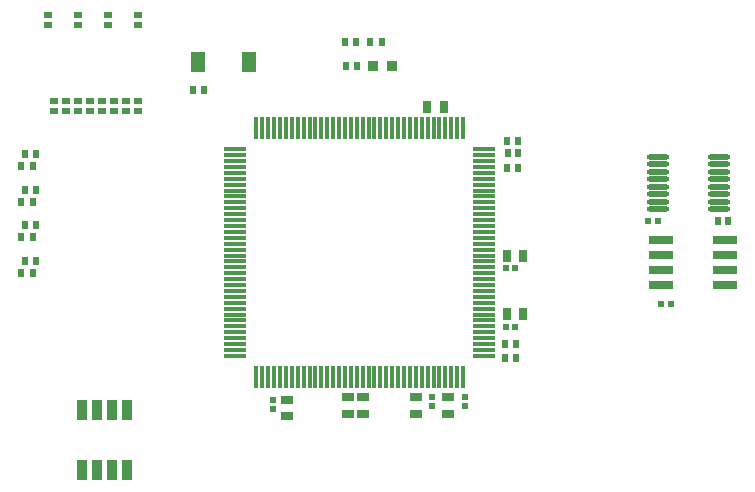
<source format=gtp>
%FSTAX25Y25*%
%MOIN*%
G70*
G01*
G75*
G04 Layer_Color=8421504*
%ADD10O,0.07087X0.01181*%
%ADD11O,0.01181X0.07087*%
%ADD12O,0.07284X0.01378*%
%ADD13R,0.08071X0.02756*%
%ADD14R,0.01772X0.02165*%
%ADD15R,0.03150X0.03150*%
%ADD16R,0.01575X0.02559*%
%ADD17R,0.02992X0.06299*%
%ADD18R,0.04528X0.06693*%
%ADD19R,0.02165X0.01772*%
%ADD20R,0.02756X0.03543*%
%ADD21R,0.03543X0.02756*%
%ADD22R,0.02047X0.02047*%
%ADD23R,0.02047X0.02047*%
%ADD24C,0.01000*%
%ADD25C,0.00700*%
%ADD26C,0.03000*%
%ADD27C,0.00591*%
%ADD28C,0.00669*%
%ADD29C,0.00500*%
%ADD30C,0.02000*%
%ADD31C,0.06000*%
%ADD32O,0.15748X0.07874*%
%ADD33O,0.07874X0.15748*%
%ADD34O,0.07874X0.17716*%
%ADD35R,0.05906X0.05906*%
%ADD36C,0.05906*%
%ADD37R,0.05906X0.05906*%
%ADD38P,0.06711X8X112.5*%
%ADD39O,0.05600X0.11200*%
%ADD40C,0.12600*%
%ADD41C,0.01969*%
%ADD42C,0.01600*%
%ADD43C,0.02800*%
%ADD44C,0.01595*%
%ADD45C,0.05000*%
%ADD46C,0.04000*%
%ADD47R,0.70200X0.25400*%
%ADD48C,0.07550*%
%ADD49O,0.15811X0.07937*%
%ADD50O,0.07937X0.15811*%
%ADD51O,0.07937X0.17779*%
%ADD52C,0.07543*%
G04:AMPARAMS|DCode=53|XSize=95.433mil|YSize=95.433mil|CornerRadius=0mil|HoleSize=0mil|Usage=FLASHONLY|Rotation=0.000|XOffset=0mil|YOffset=0mil|HoleType=Round|Shape=Relief|Width=10mil|Gap=10mil|Entries=4|*
%AMTHD53*
7,0,0,0.09543,0.07543,0.01000,45*
%
%ADD53THD53*%
%ADD54C,0.07800*%
%ADD55C,0.07400*%
%ADD56C,0.16600*%
G04:AMPARAMS|DCode=57|XSize=95.5mil|YSize=95.5mil|CornerRadius=0mil|HoleSize=0mil|Usage=FLASHONLY|Rotation=0.000|XOffset=0mil|YOffset=0mil|HoleType=Round|Shape=Relief|Width=10mil|Gap=10mil|Entries=4|*
%AMTHD57*
7,0,0,0.09550,0.07550,0.01000,45*
%
%ADD57THD57*%
G04:AMPARAMS|DCode=58|XSize=70mil|YSize=70mil|CornerRadius=0mil|HoleSize=0mil|Usage=FLASHONLY|Rotation=0.000|XOffset=0mil|YOffset=0mil|HoleType=Round|Shape=Relief|Width=10mil|Gap=10mil|Entries=4|*
%AMTHD58*
7,0,0,0.07000,0.05000,0.01000,45*
%
%ADD58THD58*%
%ADD59C,0.05600*%
%ADD60C,0.06800*%
%AMTHOVALD61*
21,1,0.07874,0.09937,0,0,180.0*
1,1,0.09937,0.03937,0.00000*
1,1,0.09937,-0.03937,0.00000*
21,0,0.07874,0.07937,0,0,180.0*
1,0,0.07937,0.03937,0.00000*
1,0,0.07937,-0.03937,0.00000*
4,0,4,0.03583,0.00354,0.07097,0.03867,0.07804,0.03160,0.04291,-0.00354,0.03583,0.00354,0.0*
4,0,4,-0.04291,0.00354,-0.07804,-0.03160,-0.07097,-0.03867,-0.03583,-0.00354,-0.04291,0.00354,0.0*
4,0,4,0.04291,0.00354,0.07804,-0.03160,0.07097,-0.03867,0.03583,-0.00354,0.04291,0.00354,0.0*
4,0,4,-0.03583,0.00354,-0.07097,0.03867,-0.07804,0.03160,-0.04291,-0.00354,-0.03583,0.00354,0.0*
%
%ADD61THOVALD61*%

%AMTHOVALD62*
21,1,0.07874,0.09937,0,0,270.0*
1,1,0.09937,0.00000,0.03937*
1,1,0.09937,0.00000,-0.03937*
21,0,0.07874,0.07937,0,0,270.0*
1,0,0.07937,0.00000,0.03937*
1,0,0.07937,0.00000,-0.03937*
4,0,4,-0.00354,0.03583,-0.03867,0.07097,-0.03160,0.07804,0.00354,0.04291,-0.00354,0.03583,0.0*
4,0,4,-0.00354,-0.04291,0.03160,-0.07804,0.03867,-0.07097,0.00354,-0.03583,-0.00354,-0.04291,0.0*
4,0,4,-0.00354,0.04291,0.03160,0.07804,0.03867,0.07097,0.00354,0.03583,-0.00354,0.04291,0.0*
4,0,4,-0.00354,-0.03583,-0.03867,-0.07097,-0.03160,-0.07804,0.00354,-0.04291,-0.00354,-0.03583,0.0*
%
%ADD62THOVALD62*%

G04:AMPARAMS|DCode=63|XSize=98mil|YSize=98mil|CornerRadius=0mil|HoleSize=0mil|Usage=FLASHONLY|Rotation=0.000|XOffset=0mil|YOffset=0mil|HoleType=Round|Shape=Relief|Width=10mil|Gap=10mil|Entries=4|*
%AMTHD63*
7,0,0,0.09800,0.07800,0.01000,45*
%
%ADD63THD63*%
G04:AMPARAMS|DCode=64|XSize=94mil|YSize=94mil|CornerRadius=0mil|HoleSize=0mil|Usage=FLASHONLY|Rotation=0.000|XOffset=0mil|YOffset=0mil|HoleType=Round|Shape=Relief|Width=10mil|Gap=10mil|Entries=4|*
%AMTHD64*
7,0,0,0.09400,0.07400,0.01000,45*
%
%ADD64THD64*%
G04:AMPARAMS|DCode=65|XSize=76mil|YSize=76mil|CornerRadius=0mil|HoleSize=0mil|Usage=FLASHONLY|Rotation=0.000|XOffset=0mil|YOffset=0mil|HoleType=Round|Shape=Relief|Width=10mil|Gap=10mil|Entries=4|*
%AMTHD65*
7,0,0,0.07600,0.05600,0.01000,45*
%
%ADD65THD65*%
G04:AMPARAMS|DCode=66|XSize=88mil|YSize=88mil|CornerRadius=0mil|HoleSize=0mil|Usage=FLASHONLY|Rotation=0.000|XOffset=0mil|YOffset=0mil|HoleType=Round|Shape=Relief|Width=10mil|Gap=10mil|Entries=4|*
%AMTHD66*
7,0,0,0.08800,0.06800,0.01000,45*
%
%ADD66THD66*%
%ADD67O,0.01378X0.04724*%
%ADD68R,0.07480X0.03150*%
%ADD69R,0.07480X0.12205*%
%ADD70R,0.06299X0.02559*%
%ADD71R,0.08661X0.11811*%
%ADD72R,0.01969X0.01181*%
%ADD73C,0.01181*%
%ADD74R,0.03543X0.04724*%
%ADD75R,0.06693X0.06614*%
%ADD76R,0.08661X0.07874*%
%ADD77C,0.05000*%
%ADD78C,0.01300*%
%ADD79C,0.01500*%
%ADD80R,0.29232X0.31693*%
%ADD81C,0.02362*%
%ADD82C,0.00984*%
%ADD83C,0.02165*%
%ADD84C,0.00787*%
%ADD85C,0.00600*%
%ADD86C,0.01200*%
%ADD87C,0.00400*%
%ADD88C,0.00394*%
%ADD89R,0.03937X0.02953*%
%ADD90O,0.07487X0.01581*%
%ADD91O,0.01581X0.07487*%
%ADD92O,0.07684X0.01778*%
%ADD93R,0.08471X0.03156*%
%ADD94R,0.02172X0.02565*%
%ADD95R,0.03550X0.03550*%
%ADD96R,0.01975X0.02959*%
%ADD97R,0.03392X0.06699*%
%ADD98R,0.04928X0.07093*%
%ADD99R,0.02565X0.02172*%
%ADD100R,0.03156X0.03943*%
%ADD101R,0.03943X0.03156*%
%ADD102R,0.02447X0.02447*%
%ADD103R,0.02447X0.02447*%
D90*
X0181124Y017101D02*
D03*
Y0172979D02*
D03*
Y0174947D02*
D03*
Y0176916D02*
D03*
Y0178884D02*
D03*
Y0180853D02*
D03*
Y0182821D02*
D03*
Y018479D02*
D03*
Y0186758D02*
D03*
Y0188727D02*
D03*
Y0190695D02*
D03*
Y0192664D02*
D03*
Y0194632D02*
D03*
Y0196601D02*
D03*
Y0198569D02*
D03*
Y0200538D02*
D03*
Y0202506D02*
D03*
Y0204475D02*
D03*
Y0206443D02*
D03*
Y0208412D02*
D03*
Y021038D02*
D03*
Y0212349D02*
D03*
Y0214317D02*
D03*
Y0216286D02*
D03*
Y0218254D02*
D03*
Y0220223D02*
D03*
Y0222191D02*
D03*
Y022416D02*
D03*
Y0226128D02*
D03*
Y0228097D02*
D03*
Y0230065D02*
D03*
Y0232034D02*
D03*
Y0234002D02*
D03*
Y0235971D02*
D03*
Y0237939D02*
D03*
Y0239908D02*
D03*
X0264194D02*
D03*
Y0237939D02*
D03*
Y0235971D02*
D03*
Y0234002D02*
D03*
Y0232034D02*
D03*
Y0230065D02*
D03*
Y0228097D02*
D03*
Y0226128D02*
D03*
Y022416D02*
D03*
Y0222191D02*
D03*
Y0220223D02*
D03*
Y0218254D02*
D03*
Y0216286D02*
D03*
Y0214317D02*
D03*
Y0212349D02*
D03*
Y021038D02*
D03*
Y0208412D02*
D03*
Y0206443D02*
D03*
Y0204475D02*
D03*
Y0202506D02*
D03*
Y0200538D02*
D03*
Y0198569D02*
D03*
Y0196601D02*
D03*
Y0194632D02*
D03*
Y0192664D02*
D03*
Y0190695D02*
D03*
Y0188727D02*
D03*
Y0186758D02*
D03*
Y018479D02*
D03*
Y0182821D02*
D03*
Y0180853D02*
D03*
Y0178884D02*
D03*
Y0176916D02*
D03*
Y0174947D02*
D03*
Y0172979D02*
D03*
Y017101D02*
D03*
D91*
X018821Y0246994D02*
D03*
X0190179D02*
D03*
X0192147D02*
D03*
X0194116D02*
D03*
X0196084D02*
D03*
X0198053D02*
D03*
X0200021D02*
D03*
X020199D02*
D03*
X0203958D02*
D03*
X0205927D02*
D03*
X0207895D02*
D03*
X0209864D02*
D03*
X0211832D02*
D03*
X0213801D02*
D03*
X0215769D02*
D03*
X0217738D02*
D03*
X0219706D02*
D03*
X0221675D02*
D03*
X0223643D02*
D03*
X0225612D02*
D03*
X022758D02*
D03*
X0229549D02*
D03*
X0231517D02*
D03*
X0233486D02*
D03*
X0235454D02*
D03*
X0237423D02*
D03*
X0239391D02*
D03*
X024136D02*
D03*
X0243328D02*
D03*
X0245297D02*
D03*
X0247265D02*
D03*
X0249234D02*
D03*
X0251202D02*
D03*
X0253171D02*
D03*
X0255139D02*
D03*
X0257108D02*
D03*
Y0163924D02*
D03*
X0255139D02*
D03*
X0253171D02*
D03*
X0251202D02*
D03*
X0249234D02*
D03*
X0247265D02*
D03*
X0245297D02*
D03*
X0243328D02*
D03*
X024136D02*
D03*
X0239391D02*
D03*
X0237423D02*
D03*
X0235454D02*
D03*
X0233486D02*
D03*
X0231517D02*
D03*
X0229549D02*
D03*
X022758D02*
D03*
X0225612D02*
D03*
X0223643D02*
D03*
X0221675D02*
D03*
X0219706D02*
D03*
X0217738D02*
D03*
X0215769D02*
D03*
X0213801D02*
D03*
X0211832D02*
D03*
X0209864D02*
D03*
X0207895D02*
D03*
X0205927D02*
D03*
X0203958D02*
D03*
X020199D02*
D03*
X0200021D02*
D03*
X0198053D02*
D03*
X0196084D02*
D03*
X0194116D02*
D03*
X0192147D02*
D03*
X0190179D02*
D03*
X018821D02*
D03*
D92*
X0321949Y0237392D02*
D03*
Y0234892D02*
D03*
Y0232392D02*
D03*
Y0229892D02*
D03*
Y0227392D02*
D03*
Y0224892D02*
D03*
Y0222392D02*
D03*
Y0219892D02*
D03*
X0342421Y0237392D02*
D03*
Y0234892D02*
D03*
Y0232392D02*
D03*
Y0229892D02*
D03*
Y0227392D02*
D03*
Y0224892D02*
D03*
Y0222392D02*
D03*
Y0219892D02*
D03*
D93*
X0323241Y0209506D02*
D03*
Y0204505D02*
D03*
Y0199505D02*
D03*
Y0194506D02*
D03*
X0344304Y0209506D02*
D03*
Y0204505D02*
D03*
Y0199505D02*
D03*
Y0194506D02*
D03*
D94*
X021811Y0267717D02*
D03*
X0221654D02*
D03*
X022126Y0275492D02*
D03*
X0217717D02*
D03*
X0342028Y0215945D02*
D03*
X0345571D02*
D03*
X0271928Y02387D02*
D03*
X0275472D02*
D03*
X0275372Y02336D02*
D03*
X0271828D02*
D03*
X0271228Y0175D02*
D03*
X0274772D02*
D03*
X0271228Y01703D02*
D03*
X0274772D02*
D03*
X02718Y02426D02*
D03*
X0275343D02*
D03*
X0167126Y0259744D02*
D03*
X0170669D02*
D03*
X0111221Y0238189D02*
D03*
X0114764D02*
D03*
X0111221Y0226378D02*
D03*
X0114764D02*
D03*
X0111221Y0214567D02*
D03*
X0114764D02*
D03*
X0111221Y0202756D02*
D03*
X0114764D02*
D03*
D95*
X0233465Y0267717D02*
D03*
X0226965D02*
D03*
D96*
X0113878Y0234252D02*
D03*
X0109744D02*
D03*
X0230217Y0275492D02*
D03*
X0226083D02*
D03*
X0113878Y0198819D02*
D03*
X0109744D02*
D03*
X0113878Y021063D02*
D03*
X0109744D02*
D03*
X0113878Y0222441D02*
D03*
X0109744D02*
D03*
D97*
X0130079Y0152913D02*
D03*
Y0132913D02*
D03*
X0135079Y0152913D02*
D03*
Y0132913D02*
D03*
X0140079Y0152913D02*
D03*
Y0132913D02*
D03*
X0145079Y0152913D02*
D03*
Y0132913D02*
D03*
D98*
X0185827Y0268996D02*
D03*
X0168701D02*
D03*
D99*
X01487Y0284772D02*
D03*
Y0281228D02*
D03*
X01387Y0284772D02*
D03*
Y0281228D02*
D03*
X01287Y0284772D02*
D03*
Y0281228D02*
D03*
X01187Y0284772D02*
D03*
Y0281228D02*
D03*
X01246Y0256072D02*
D03*
Y0252528D02*
D03*
X01326Y0256072D02*
D03*
Y0252528D02*
D03*
X01406Y0256043D02*
D03*
Y02525D02*
D03*
X01487Y0256143D02*
D03*
Y02526D02*
D03*
X01206Y0256072D02*
D03*
Y0252528D02*
D03*
X01286Y0256072D02*
D03*
Y0252528D02*
D03*
X01366Y0256043D02*
D03*
Y02525D02*
D03*
X01447Y0256143D02*
D03*
Y02526D02*
D03*
D100*
X0271644Y01849D02*
D03*
X0277156D02*
D03*
X0250656Y02539D02*
D03*
X0245144D02*
D03*
X0277156Y02043D02*
D03*
X0271644D02*
D03*
D101*
X02414Y0157156D02*
D03*
Y0151644D02*
D03*
X02187Y0157156D02*
D03*
Y0151644D02*
D03*
X02522Y0157156D02*
D03*
Y0151644D02*
D03*
X01985Y0156356D02*
D03*
Y0150844D02*
D03*
X02236Y0151644D02*
D03*
Y0157156D02*
D03*
D102*
X0274575Y02002D02*
D03*
X0271425D02*
D03*
X0274475Y01808D02*
D03*
X0271325D02*
D03*
X0323198Y0188206D02*
D03*
X0326347D02*
D03*
X0322074Y0215999D02*
D03*
X0318924D02*
D03*
D103*
X02468Y0154325D02*
D03*
Y0157475D02*
D03*
X01939Y0153325D02*
D03*
Y0156475D02*
D03*
X02579Y0154325D02*
D03*
Y0157475D02*
D03*
M02*

</source>
